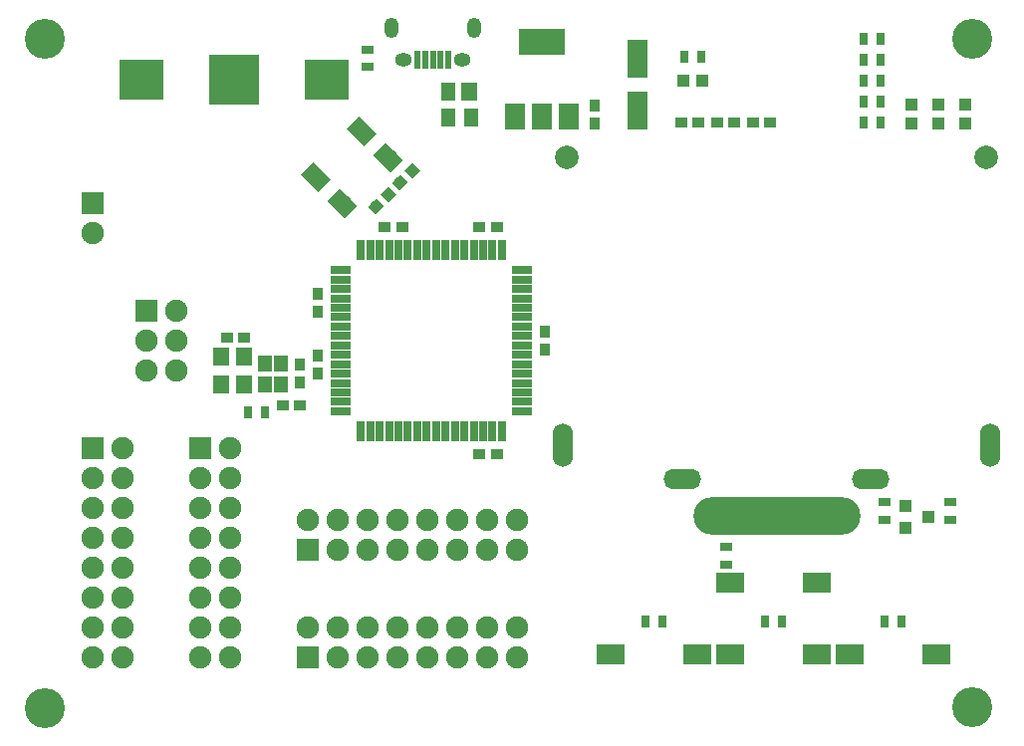
<source format=gbr>
G04 #@! TF.GenerationSoftware,KiCad,Pcbnew,(5.0.0-rc2-dev-311-g1dd4af297)*
G04 #@! TF.CreationDate,2018-04-09T10:09:18+02:00*
G04 #@! TF.ProjectId,DopplerXmega,446F70706C6572586D6567612E6B6963,rev?*
G04 #@! TF.SameCoordinates,PX6d01460PY3dc4fd0*
G04 #@! TF.FileFunction,Soldermask,Top*
G04 #@! TF.FilePolarity,Negative*
%FSLAX46Y46*%
G04 Gerber Fmt 4.6, Leading zero omitted, Abs format (unit mm)*
G04 Created by KiCad (PCBNEW (5.0.0-rc2-dev-311-g1dd4af297)) date 04/09/18 10:09:18*
%MOMM*%
%LPD*%
G01*
G04 APERTURE LIST*
%ADD10C,2.000000*%
%ADD11O,1.700000X3.700000*%
%ADD12O,3.200000X1.700000*%
%ADD13O,14.200000X3.200000*%
%ADD14R,1.400000X1.500000*%
%ADD15C,3.400000*%
%ADD16R,1.900000X1.900000*%
%ADD17O,1.900000X1.900000*%
%ADD18R,0.700000X1.100000*%
%ADD19R,1.100000X0.700000*%
%ADD20R,0.750000X1.700000*%
%ADD21R,1.700000X0.750000*%
%ADD22C,1.500000*%
%ADD23C,0.100000*%
%ADD24R,1.000000X0.950000*%
%ADD25R,4.000000X2.200000*%
%ADD26R,1.700000X2.200000*%
%ADD27R,1.400000X1.600000*%
%ADD28R,1.200000X1.600000*%
%ADD29R,0.600000X1.550000*%
%ADD30O,1.450000X1.150000*%
%ADD31O,1.200000X1.750000*%
%ADD32R,0.950000X1.000000*%
%ADD33R,1.800000X3.200000*%
%ADD34R,1.200000X1.350000*%
%ADD35R,2.380000X1.800000*%
%ADD36R,1.100000X1.000000*%
%ADD37C,0.950000*%
%ADD38R,1.000000X1.000000*%
%ADD39R,3.700000X3.500000*%
%ADD40R,4.200000X4.200000*%
G04 APERTURE END LIST*
D10*
X47986000Y-13588000D03*
X83586000Y-13588000D03*
D11*
X47636000Y-38088000D03*
X83936000Y-38088000D03*
D12*
X57786000Y-40988000D03*
X73786000Y-40988000D03*
D13*
X65786000Y-44088000D03*
D14*
X18558000Y-30550000D03*
X18558000Y-32950000D03*
X20558000Y-32950000D03*
X20558000Y-30550000D03*
D15*
X3556000Y-60452000D03*
D16*
X16764000Y-38354000D03*
D17*
X19304000Y-38354000D03*
X16764000Y-40894000D03*
X19304000Y-40894000D03*
X16764000Y-43434000D03*
X19304000Y-43434000D03*
X16764000Y-45974000D03*
X19304000Y-45974000D03*
X16764000Y-48514000D03*
X19304000Y-48514000D03*
X16764000Y-51054000D03*
X19304000Y-51054000D03*
X16764000Y-53594000D03*
X19304000Y-53594000D03*
X16764000Y-56134000D03*
X19304000Y-56134000D03*
D18*
X73164000Y-8890000D03*
X74664000Y-8890000D03*
D19*
X30988000Y-4457000D03*
X30988000Y-5957000D03*
D20*
X30449000Y-36910000D03*
X31249000Y-36910000D03*
X32049000Y-36910000D03*
X32849000Y-36910000D03*
X33649000Y-36910000D03*
X34449000Y-36910000D03*
X35249000Y-36910000D03*
X36049000Y-36910000D03*
X36849000Y-36910000D03*
X37649000Y-36910000D03*
X38449000Y-36910000D03*
X39249000Y-36910000D03*
X40049000Y-36910000D03*
X40849000Y-36910000D03*
X41649000Y-36910000D03*
X42449000Y-36910000D03*
D21*
X44149000Y-35210000D03*
X44149000Y-34410000D03*
X44149000Y-33610000D03*
X44149000Y-32810000D03*
X44149000Y-32010000D03*
X44149000Y-31210000D03*
X44149000Y-30410000D03*
X44149000Y-29610000D03*
X44149000Y-28810000D03*
X44149000Y-28010000D03*
X44149000Y-27210000D03*
X44149000Y-26410000D03*
X44149000Y-25610000D03*
X44149000Y-24810000D03*
X44149000Y-24010000D03*
X44149000Y-23210000D03*
D20*
X42449000Y-21510000D03*
X41649000Y-21510000D03*
X40849000Y-21510000D03*
X40049000Y-21510000D03*
X39249000Y-21510000D03*
X38449000Y-21510000D03*
X37649000Y-21510000D03*
X36849000Y-21510000D03*
X36049000Y-21510000D03*
X35249000Y-21510000D03*
X34449000Y-21510000D03*
X33649000Y-21510000D03*
X32849000Y-21510000D03*
X32049000Y-21510000D03*
X31249000Y-21510000D03*
X30449000Y-21510000D03*
D21*
X28749000Y-23210000D03*
X28749000Y-24010000D03*
X28749000Y-24810000D03*
X28749000Y-25610000D03*
X28749000Y-26410000D03*
X28749000Y-27210000D03*
X28749000Y-28010000D03*
X28749000Y-28810000D03*
X28749000Y-29610000D03*
X28749000Y-30410000D03*
X28749000Y-31210000D03*
X28749000Y-32010000D03*
X28749000Y-32810000D03*
X28749000Y-33610000D03*
X28749000Y-34410000D03*
X28749000Y-35210000D03*
D15*
X82423000Y-3556000D03*
D22*
X28904827Y-17553914D03*
D23*
G36*
X29116959Y-18826706D02*
X27632035Y-17341782D01*
X28692695Y-16281122D01*
X30177619Y-17766046D01*
X29116959Y-18826706D01*
X29116959Y-18826706D01*
G37*
D22*
X32793914Y-13664827D03*
D23*
G36*
X33006046Y-14937619D02*
X31521122Y-13452695D01*
X32581782Y-12392035D01*
X34066706Y-13876959D01*
X33006046Y-14937619D01*
X33006046Y-14937619D01*
G37*
D22*
X30531173Y-11402086D03*
D23*
G36*
X30743305Y-12674878D02*
X29258381Y-11189954D01*
X30319041Y-10129294D01*
X31803965Y-11614218D01*
X30743305Y-12674878D01*
X30743305Y-12674878D01*
G37*
D22*
X26642086Y-15291173D03*
D23*
G36*
X26854218Y-16563965D02*
X25369294Y-15079041D01*
X26429954Y-14018381D01*
X27914878Y-15503305D01*
X26854218Y-16563965D01*
X26854218Y-16563965D01*
G37*
D15*
X82423000Y-60325000D03*
D24*
X33998600Y-19558000D03*
X32498600Y-19558000D03*
D25*
X45847000Y-3835000D03*
D26*
X45847000Y-10135000D03*
X48147000Y-10135000D03*
X43547000Y-10135000D03*
D27*
X39632000Y-8044000D03*
D28*
X37912000Y-8044000D03*
X37912000Y-10244000D03*
X39812000Y-10244000D03*
D29*
X37876000Y-5287000D03*
X37226000Y-5287000D03*
X36576000Y-5287000D03*
X35926000Y-5287000D03*
X35276000Y-5287000D03*
D30*
X39076000Y-5287000D03*
X34076000Y-5287000D03*
D31*
X40076000Y-2587000D03*
X33076000Y-2587000D03*
D32*
X50355500Y-9219500D03*
X50355500Y-10719500D03*
D33*
X53975000Y-5229500D03*
X53975000Y-9629500D03*
D34*
X23687000Y-32904400D03*
X23687000Y-31154400D03*
X22287000Y-31154400D03*
X22287000Y-32904400D03*
D32*
X26797000Y-30466600D03*
X26797000Y-31966600D03*
X25273000Y-32754000D03*
X25273000Y-31254000D03*
D24*
X40499600Y-38862000D03*
X41999600Y-38862000D03*
D32*
X46101000Y-29960000D03*
X46101000Y-28460000D03*
D24*
X41999600Y-19558000D03*
X40499600Y-19558000D03*
D32*
X26797000Y-25259600D03*
X26797000Y-26759600D03*
D24*
X23786400Y-34721800D03*
X25286400Y-34721800D03*
D18*
X22340000Y-35306000D03*
X20840000Y-35306000D03*
D24*
X19062000Y-28956000D03*
X20562000Y-28956000D03*
X60718000Y-10668000D03*
X62218000Y-10668000D03*
X63766000Y-10668000D03*
X65266000Y-10668000D03*
X59170000Y-10668000D03*
X57670000Y-10668000D03*
D19*
X80518000Y-44438000D03*
X80518000Y-42938000D03*
D18*
X66282000Y-53086000D03*
X64782000Y-53086000D03*
D19*
X61468000Y-46748000D03*
X61468000Y-48248000D03*
D18*
X56122000Y-53086000D03*
X54622000Y-53086000D03*
D35*
X69232000Y-55880000D03*
X61832000Y-55880000D03*
X69232000Y-49784000D03*
X61832000Y-49784000D03*
X59072000Y-55880000D03*
X51672000Y-55880000D03*
D18*
X76442000Y-53086000D03*
X74942000Y-53086000D03*
D35*
X79392000Y-55880000D03*
X71992000Y-55880000D03*
D36*
X76724000Y-43246000D03*
X76724000Y-45146000D03*
X78724000Y-44196000D03*
D19*
X74930000Y-42938000D03*
X74930000Y-44438000D03*
D16*
X12192000Y-26670000D03*
D17*
X14732000Y-26670000D03*
X12192000Y-29210000D03*
X14732000Y-29210000D03*
X12192000Y-31750000D03*
X14732000Y-31750000D03*
D37*
X33759670Y-15770330D03*
D23*
G36*
X33777348Y-15080901D02*
X34449099Y-15752652D01*
X33741992Y-16459759D01*
X33070241Y-15788008D01*
X33777348Y-15080901D01*
X33777348Y-15080901D01*
G37*
D37*
X34820330Y-14709670D03*
D23*
G36*
X34838008Y-14020241D02*
X35509759Y-14691992D01*
X34802652Y-15399099D01*
X34130901Y-14727348D01*
X34838008Y-14020241D01*
X34838008Y-14020241D01*
G37*
D37*
X32788330Y-16741670D03*
D23*
G36*
X32770652Y-17431099D02*
X32098901Y-16759348D01*
X32806008Y-16052241D01*
X33477759Y-16723992D01*
X32770652Y-17431099D01*
X32770652Y-17431099D01*
G37*
D37*
X31727670Y-17802330D03*
D23*
G36*
X31709992Y-18491759D02*
X31038241Y-17820008D01*
X31745348Y-17112901D01*
X32417099Y-17784652D01*
X31709992Y-18491759D01*
X31709992Y-18491759D01*
G37*
D18*
X73164000Y-10668000D03*
X74664000Y-10668000D03*
D16*
X25908000Y-46990000D03*
D17*
X25908000Y-44450000D03*
X28448000Y-46990000D03*
X28448000Y-44450000D03*
X30988000Y-46990000D03*
X30988000Y-44450000D03*
X33528000Y-46990000D03*
X33528000Y-44450000D03*
X36068000Y-46990000D03*
X36068000Y-44450000D03*
X38608000Y-46990000D03*
X38608000Y-44450000D03*
X41148000Y-46990000D03*
X41148000Y-44450000D03*
X43688000Y-46990000D03*
X43688000Y-44450000D03*
D16*
X25908000Y-56134000D03*
D17*
X25908000Y-53594000D03*
X28448000Y-56134000D03*
X28448000Y-53594000D03*
X30988000Y-56134000D03*
X30988000Y-53594000D03*
X33528000Y-56134000D03*
X33528000Y-53594000D03*
X36068000Y-56134000D03*
X36068000Y-53594000D03*
X38608000Y-56134000D03*
X38608000Y-53594000D03*
X41148000Y-56134000D03*
X41148000Y-53594000D03*
X43688000Y-56134000D03*
X43688000Y-53594000D03*
D16*
X7620000Y-38354000D03*
D17*
X10160000Y-38354000D03*
X7620000Y-40894000D03*
X10160000Y-40894000D03*
X7620000Y-43434000D03*
X10160000Y-43434000D03*
X7620000Y-45974000D03*
X10160000Y-45974000D03*
X7620000Y-48514000D03*
X10160000Y-48514000D03*
X7620000Y-51054000D03*
X10160000Y-51054000D03*
X7620000Y-53594000D03*
X10160000Y-53594000D03*
X7620000Y-56134000D03*
X10160000Y-56134000D03*
D16*
X7620000Y-17526000D03*
D17*
X7620000Y-20066000D03*
D15*
X3556000Y-3556000D03*
D38*
X59474000Y-7112000D03*
X57874000Y-7112000D03*
D18*
X57924000Y-5080000D03*
X59424000Y-5080000D03*
D38*
X77216000Y-9106000D03*
X77216000Y-10706000D03*
X79502000Y-9106000D03*
X79502000Y-10706000D03*
X81788000Y-9106000D03*
X81788000Y-10706000D03*
D18*
X73164000Y-7112000D03*
X74664000Y-7112000D03*
X73164000Y-5334000D03*
X74664000Y-5334000D03*
X73164000Y-3556000D03*
X74664000Y-3556000D03*
D39*
X27585000Y-6985000D03*
X11785000Y-6985000D03*
D40*
X19685000Y-6985000D03*
M02*

</source>
